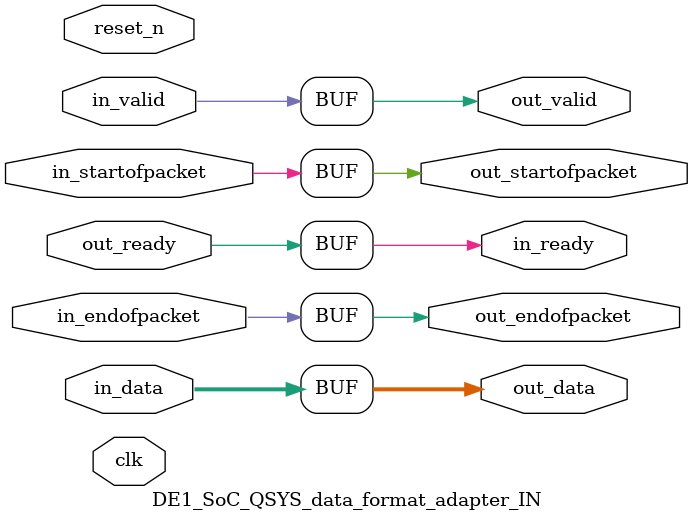
<source format=v>

`timescale 1ns / 100ps
module DE1_SoC_QSYS_data_format_adapter_IN (
    
      // Interface: clk
      input              clk,
      // Interface: reset
      input              reset_n,
      // Interface: in
      output reg         in_ready,
      input              in_valid,
      input      [23: 0] in_data,
      input              in_startofpacket,
      input              in_endofpacket,
      // Interface: out
      input              out_ready,
      output reg         out_valid,
      output reg [23: 0] out_data,
      output reg         out_startofpacket,
      output reg         out_endofpacket
);



   always @* begin
      in_ready = out_ready;
      out_valid = in_valid;
      out_data = in_data;
      out_startofpacket = in_startofpacket;
      out_endofpacket = in_endofpacket;


   end

endmodule


</source>
